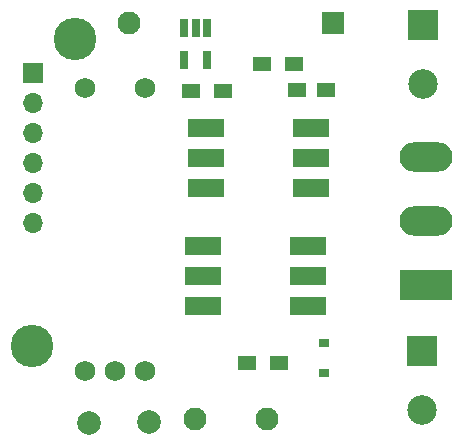
<source format=gbs>
G04 #@! TF.GenerationSoftware,KiCad,Pcbnew,5.1.7-a382d34a8~88~ubuntu18.04.1*
G04 #@! TF.CreationDate,2021-08-20T00:55:45+05:30*
G04 #@! TF.ProjectId,BackEnd_HeavyDevice_v4,4261636b-456e-4645-9f48-656176794465,rev?*
G04 #@! TF.SameCoordinates,Original*
G04 #@! TF.FileFunction,Soldermask,Bot*
G04 #@! TF.FilePolarity,Negative*
%FSLAX46Y46*%
G04 Gerber Fmt 4.6, Leading zero omitted, Abs format (unit mm)*
G04 Created by KiCad (PCBNEW 5.1.7-a382d34a8~88~ubuntu18.04.1) date 2021-08-20 00:55:45*
%MOMM*%
%LPD*%
G01*
G04 APERTURE LIST*
%ADD10C,3.600000*%
%ADD11C,1.750000*%
%ADD12R,4.500000X2.500000*%
%ADD13O,4.500000X2.500000*%
%ADD14C,2.000000*%
%ADD15R,2.500000X2.500000*%
%ADD16C,2.500000*%
%ADD17R,0.900000X0.800000*%
%ADD18C,1.950000*%
%ADD19R,1.950000X1.950000*%
%ADD20R,1.500000X1.250000*%
%ADD21R,1.500000X1.300000*%
%ADD22R,3.100000X1.600000*%
%ADD23R,0.650000X1.560000*%
%ADD24R,1.700000X1.700000*%
%ADD25O,1.700000X1.700000*%
G04 APERTURE END LIST*
D10*
X117137000Y-101089000D03*
X113481760Y-127063520D03*
D11*
X117922000Y-129195000D03*
X123002000Y-129195000D03*
X120462000Y-129195000D03*
X117922000Y-105195000D03*
X123002000Y-105195000D03*
D12*
X146827000Y-121917000D03*
D13*
X146827000Y-116467000D03*
X146827000Y-111017000D03*
D14*
X118316000Y-133530000D03*
X123396000Y-133520000D03*
D15*
X146576000Y-99860100D03*
D16*
X146576000Y-104860100D03*
D15*
X146497000Y-127460000D03*
D16*
X146497000Y-132460000D03*
D17*
X138136000Y-129344000D03*
X138136000Y-126804000D03*
D18*
X133383000Y-133195000D03*
X121699000Y-99667000D03*
X127287000Y-133195000D03*
D19*
X138971000Y-99667000D03*
D20*
X135884000Y-105357000D03*
X138384000Y-105357000D03*
D21*
X135611000Y-103152000D03*
X132911000Y-103152000D03*
X126909000Y-105474000D03*
X129609000Y-105474000D03*
X131646000Y-128468000D03*
X134346000Y-128468000D03*
D22*
X128156000Y-113629000D03*
X137046000Y-108549000D03*
X128156000Y-111089000D03*
X137046000Y-111089000D03*
X128156000Y-108549000D03*
X137046000Y-113629000D03*
D23*
X126357000Y-102824000D03*
X128257000Y-102824000D03*
X128257000Y-100124000D03*
X127307000Y-100124000D03*
X126357000Y-100124000D03*
D22*
X136835000Y-123670000D03*
X127945000Y-118590000D03*
X136835000Y-121130000D03*
X127945000Y-121130000D03*
X136835000Y-118590000D03*
X127945000Y-123670000D03*
D24*
X113515000Y-103967000D03*
D25*
X113515000Y-106507000D03*
X113515000Y-109047000D03*
X113515000Y-111587000D03*
X113515000Y-114127000D03*
X113515000Y-116667000D03*
M02*

</source>
